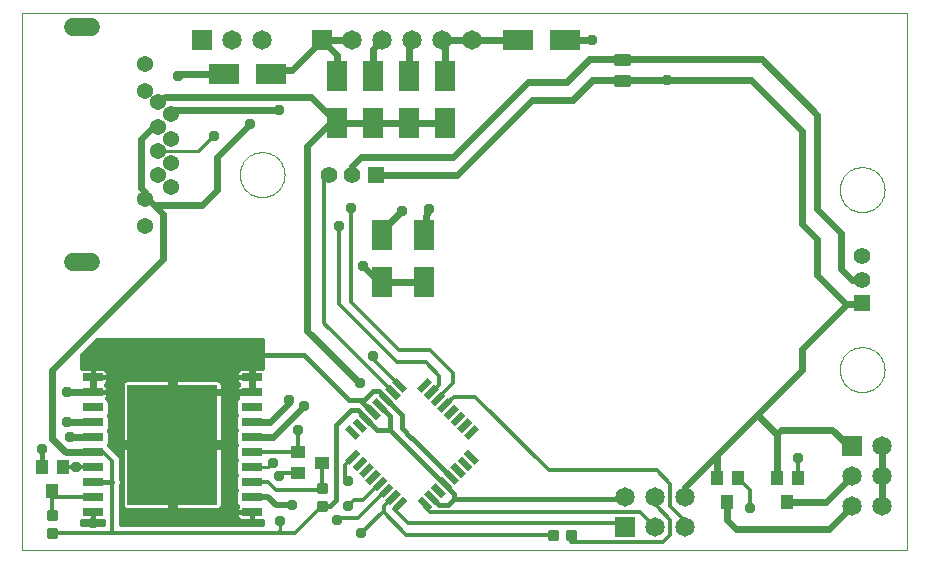
<source format=gtl>
G75*
%MOIN*%
%OFA0B0*%
%FSLAX24Y24*%
%IPPOS*%
%LPD*%
%AMOC8*
5,1,8,0,0,1.08239X$1,22.5*
%
%ADD10C,0.0000*%
%ADD11R,0.0555X0.0555*%
%ADD12C,0.0560*%
%ADD13R,0.0450X0.0400*%
%ADD14R,0.0400X0.0450*%
%ADD15R,0.0500X0.0220*%
%ADD16R,0.0220X0.0500*%
%ADD17C,0.0088*%
%ADD18C,0.0591*%
%ADD19C,0.0540*%
%ADD20C,0.0100*%
%ADD21R,0.0650X0.0250*%
%ADD22R,0.3000X0.4000*%
%ADD23R,0.0650X0.0650*%
%ADD24C,0.0650*%
%ADD25R,0.0669X0.0984*%
%ADD26R,0.0984X0.0669*%
%ADD27C,0.0240*%
%ADD28C,0.0370*%
%ADD29C,0.0200*%
%ADD30C,0.0120*%
%ADD31C,0.0160*%
D10*
X002304Y000981D02*
X002304Y018851D01*
X031796Y018851D01*
X031796Y000981D01*
X002304Y000981D01*
X009557Y013481D02*
X009559Y013536D01*
X009565Y013590D01*
X009575Y013643D01*
X009589Y013696D01*
X009606Y013748D01*
X009628Y013798D01*
X009653Y013847D01*
X009681Y013893D01*
X009713Y013938D01*
X009748Y013979D01*
X009786Y014019D01*
X009826Y014055D01*
X009869Y014089D01*
X009915Y014119D01*
X009962Y014145D01*
X010012Y014168D01*
X010063Y014188D01*
X010115Y014204D01*
X010168Y014216D01*
X010222Y014224D01*
X010277Y014228D01*
X010331Y014228D01*
X010386Y014224D01*
X010440Y014216D01*
X010493Y014204D01*
X010545Y014188D01*
X010596Y014168D01*
X010646Y014145D01*
X010693Y014119D01*
X010739Y014089D01*
X010782Y014055D01*
X010822Y014019D01*
X010860Y013979D01*
X010895Y013938D01*
X010927Y013893D01*
X010955Y013847D01*
X010980Y013798D01*
X011002Y013748D01*
X011019Y013696D01*
X011033Y013643D01*
X011043Y013590D01*
X011049Y013536D01*
X011051Y013481D01*
X011049Y013426D01*
X011043Y013372D01*
X011033Y013319D01*
X011019Y013266D01*
X011002Y013214D01*
X010980Y013164D01*
X010955Y013115D01*
X010927Y013069D01*
X010895Y013024D01*
X010860Y012983D01*
X010822Y012943D01*
X010782Y012907D01*
X010739Y012873D01*
X010693Y012843D01*
X010646Y012817D01*
X010596Y012794D01*
X010545Y012774D01*
X010493Y012758D01*
X010440Y012746D01*
X010386Y012738D01*
X010331Y012734D01*
X010277Y012734D01*
X010222Y012738D01*
X010168Y012746D01*
X010115Y012758D01*
X010063Y012774D01*
X010012Y012794D01*
X009962Y012817D01*
X009915Y012843D01*
X009869Y012873D01*
X009826Y012907D01*
X009786Y012943D01*
X009748Y012983D01*
X009713Y013024D01*
X009681Y013069D01*
X009653Y013115D01*
X009628Y013164D01*
X009606Y013214D01*
X009589Y013266D01*
X009575Y013319D01*
X009565Y013372D01*
X009559Y013426D01*
X009557Y013481D01*
X029557Y012981D02*
X029559Y013036D01*
X029565Y013090D01*
X029575Y013143D01*
X029589Y013196D01*
X029606Y013248D01*
X029628Y013298D01*
X029653Y013347D01*
X029681Y013393D01*
X029713Y013438D01*
X029748Y013479D01*
X029786Y013519D01*
X029826Y013555D01*
X029869Y013589D01*
X029915Y013619D01*
X029962Y013645D01*
X030012Y013668D01*
X030063Y013688D01*
X030115Y013704D01*
X030168Y013716D01*
X030222Y013724D01*
X030277Y013728D01*
X030331Y013728D01*
X030386Y013724D01*
X030440Y013716D01*
X030493Y013704D01*
X030545Y013688D01*
X030596Y013668D01*
X030646Y013645D01*
X030693Y013619D01*
X030739Y013589D01*
X030782Y013555D01*
X030822Y013519D01*
X030860Y013479D01*
X030895Y013438D01*
X030927Y013393D01*
X030955Y013347D01*
X030980Y013298D01*
X031002Y013248D01*
X031019Y013196D01*
X031033Y013143D01*
X031043Y013090D01*
X031049Y013036D01*
X031051Y012981D01*
X031049Y012926D01*
X031043Y012872D01*
X031033Y012819D01*
X031019Y012766D01*
X031002Y012714D01*
X030980Y012664D01*
X030955Y012615D01*
X030927Y012569D01*
X030895Y012524D01*
X030860Y012483D01*
X030822Y012443D01*
X030782Y012407D01*
X030739Y012373D01*
X030693Y012343D01*
X030646Y012317D01*
X030596Y012294D01*
X030545Y012274D01*
X030493Y012258D01*
X030440Y012246D01*
X030386Y012238D01*
X030331Y012234D01*
X030277Y012234D01*
X030222Y012238D01*
X030168Y012246D01*
X030115Y012258D01*
X030063Y012274D01*
X030012Y012294D01*
X029962Y012317D01*
X029915Y012343D01*
X029869Y012373D01*
X029826Y012407D01*
X029786Y012443D01*
X029748Y012483D01*
X029713Y012524D01*
X029681Y012569D01*
X029653Y012615D01*
X029628Y012664D01*
X029606Y012714D01*
X029589Y012766D01*
X029575Y012819D01*
X029565Y012872D01*
X029559Y012926D01*
X029557Y012981D01*
X029557Y006981D02*
X029559Y007036D01*
X029565Y007090D01*
X029575Y007143D01*
X029589Y007196D01*
X029606Y007248D01*
X029628Y007298D01*
X029653Y007347D01*
X029681Y007393D01*
X029713Y007438D01*
X029748Y007479D01*
X029786Y007519D01*
X029826Y007555D01*
X029869Y007589D01*
X029915Y007619D01*
X029962Y007645D01*
X030012Y007668D01*
X030063Y007688D01*
X030115Y007704D01*
X030168Y007716D01*
X030222Y007724D01*
X030277Y007728D01*
X030331Y007728D01*
X030386Y007724D01*
X030440Y007716D01*
X030493Y007704D01*
X030545Y007688D01*
X030596Y007668D01*
X030646Y007645D01*
X030693Y007619D01*
X030739Y007589D01*
X030782Y007555D01*
X030822Y007519D01*
X030860Y007479D01*
X030895Y007438D01*
X030927Y007393D01*
X030955Y007347D01*
X030980Y007298D01*
X031002Y007248D01*
X031019Y007196D01*
X031033Y007143D01*
X031043Y007090D01*
X031049Y007036D01*
X031051Y006981D01*
X031049Y006926D01*
X031043Y006872D01*
X031033Y006819D01*
X031019Y006766D01*
X031002Y006714D01*
X030980Y006664D01*
X030955Y006615D01*
X030927Y006569D01*
X030895Y006524D01*
X030860Y006483D01*
X030822Y006443D01*
X030782Y006407D01*
X030739Y006373D01*
X030693Y006343D01*
X030646Y006317D01*
X030596Y006294D01*
X030545Y006274D01*
X030493Y006258D01*
X030440Y006246D01*
X030386Y006238D01*
X030331Y006234D01*
X030277Y006234D01*
X030222Y006238D01*
X030168Y006246D01*
X030115Y006258D01*
X030063Y006274D01*
X030012Y006294D01*
X029962Y006317D01*
X029915Y006343D01*
X029869Y006373D01*
X029826Y006407D01*
X029786Y006443D01*
X029748Y006483D01*
X029713Y006524D01*
X029681Y006569D01*
X029653Y006615D01*
X029628Y006664D01*
X029606Y006714D01*
X029589Y006766D01*
X029575Y006819D01*
X029565Y006872D01*
X029559Y006926D01*
X029557Y006981D01*
D11*
X030304Y009194D03*
X014091Y013481D03*
D12*
X013304Y013481D03*
X012517Y013481D03*
X030304Y010768D03*
X030304Y009981D03*
D13*
X012304Y003881D03*
X011504Y004231D03*
X011504Y003531D03*
D14*
X003654Y003731D03*
X002954Y003731D03*
X003304Y002931D03*
X025454Y003381D03*
X026154Y003381D03*
X025804Y002581D03*
X027454Y003381D03*
X028154Y003381D03*
X027804Y002581D03*
D15*
G36*
X017376Y003811D02*
X017024Y004163D01*
X017180Y004319D01*
X017532Y003967D01*
X017376Y003811D01*
G37*
G36*
X017154Y003589D02*
X016802Y003941D01*
X016958Y004097D01*
X017310Y003745D01*
X017154Y003589D01*
G37*
G36*
X016931Y003366D02*
X016579Y003718D01*
X016735Y003874D01*
X017087Y003522D01*
X016931Y003366D01*
G37*
G36*
X016708Y003143D02*
X016356Y003495D01*
X016512Y003651D01*
X016864Y003299D01*
X016708Y003143D01*
G37*
G36*
X016486Y002921D02*
X016134Y003273D01*
X016290Y003429D01*
X016642Y003077D01*
X016486Y002921D01*
G37*
G36*
X016263Y002698D02*
X015911Y003050D01*
X016067Y003206D01*
X016419Y002854D01*
X016263Y002698D01*
G37*
G36*
X016040Y002475D02*
X015688Y002827D01*
X015844Y002983D01*
X016196Y002631D01*
X016040Y002475D01*
G37*
G36*
X015818Y002252D02*
X015466Y002604D01*
X015622Y002760D01*
X015974Y002408D01*
X015818Y002252D01*
G37*
G36*
X013427Y004642D02*
X013075Y004994D01*
X013231Y005150D01*
X013583Y004798D01*
X013427Y004642D01*
G37*
G36*
X013650Y004865D02*
X013298Y005217D01*
X013454Y005373D01*
X013806Y005021D01*
X013650Y004865D01*
G37*
G36*
X013873Y005088D02*
X013521Y005440D01*
X013677Y005596D01*
X014029Y005244D01*
X013873Y005088D01*
G37*
G36*
X014096Y005311D02*
X013744Y005663D01*
X013900Y005819D01*
X014252Y005467D01*
X014096Y005311D01*
G37*
G36*
X014318Y005533D02*
X013966Y005885D01*
X014122Y006041D01*
X014474Y005689D01*
X014318Y005533D01*
G37*
G36*
X014541Y005756D02*
X014189Y006108D01*
X014345Y006264D01*
X014697Y005912D01*
X014541Y005756D01*
G37*
G36*
X014764Y005979D02*
X014412Y006331D01*
X014568Y006487D01*
X014920Y006135D01*
X014764Y005979D01*
G37*
G36*
X014986Y006201D02*
X014634Y006553D01*
X014790Y006709D01*
X015142Y006357D01*
X014986Y006201D01*
G37*
D16*
G36*
X015622Y006201D02*
X015466Y006357D01*
X015818Y006709D01*
X015974Y006553D01*
X015622Y006201D01*
G37*
G36*
X015844Y005979D02*
X015688Y006135D01*
X016040Y006487D01*
X016196Y006331D01*
X015844Y005979D01*
G37*
G36*
X016067Y005756D02*
X015911Y005912D01*
X016263Y006264D01*
X016419Y006108D01*
X016067Y005756D01*
G37*
G36*
X016290Y005533D02*
X016134Y005689D01*
X016486Y006041D01*
X016642Y005885D01*
X016290Y005533D01*
G37*
G36*
X016512Y005311D02*
X016356Y005467D01*
X016708Y005819D01*
X016864Y005663D01*
X016512Y005311D01*
G37*
G36*
X016735Y005088D02*
X016579Y005244D01*
X016931Y005596D01*
X017087Y005440D01*
X016735Y005088D01*
G37*
G36*
X016958Y004865D02*
X016802Y005021D01*
X017154Y005373D01*
X017310Y005217D01*
X016958Y004865D01*
G37*
G36*
X017180Y004642D02*
X017024Y004798D01*
X017376Y005150D01*
X017532Y004994D01*
X017180Y004642D01*
G37*
G36*
X014345Y002698D02*
X014189Y002854D01*
X014541Y003206D01*
X014697Y003050D01*
X014345Y002698D01*
G37*
G36*
X014568Y002475D02*
X014412Y002631D01*
X014764Y002983D01*
X014920Y002827D01*
X014568Y002475D01*
G37*
G36*
X014790Y002252D02*
X014634Y002408D01*
X014986Y002760D01*
X015142Y002604D01*
X014790Y002252D01*
G37*
G36*
X014122Y002921D02*
X013966Y003077D01*
X014318Y003429D01*
X014474Y003273D01*
X014122Y002921D01*
G37*
G36*
X013900Y003143D02*
X013744Y003299D01*
X014096Y003651D01*
X014252Y003495D01*
X013900Y003143D01*
G37*
G36*
X013677Y003366D02*
X013521Y003522D01*
X013873Y003874D01*
X014029Y003718D01*
X013677Y003366D01*
G37*
G36*
X013454Y003589D02*
X013298Y003745D01*
X013650Y004097D01*
X013806Y003941D01*
X013454Y003589D01*
G37*
G36*
X013231Y003811D02*
X013075Y003967D01*
X013427Y004319D01*
X013583Y004163D01*
X013231Y003811D01*
G37*
D17*
X012435Y003162D02*
X012435Y002900D01*
X012173Y002900D01*
X012173Y003162D01*
X012435Y003162D01*
X012435Y002987D02*
X012173Y002987D01*
X012173Y003074D02*
X012435Y003074D01*
X012435Y003161D02*
X012173Y003161D01*
X012435Y002562D02*
X012435Y002300D01*
X012173Y002300D01*
X012173Y002562D01*
X012435Y002562D01*
X012435Y002387D02*
X012173Y002387D01*
X012173Y002474D02*
X012435Y002474D01*
X012435Y002561D02*
X012173Y002561D01*
X019873Y001612D02*
X020135Y001612D01*
X020135Y001350D01*
X019873Y001350D01*
X019873Y001612D01*
X019873Y001437D02*
X020135Y001437D01*
X020135Y001524D02*
X019873Y001524D01*
X019873Y001611D02*
X020135Y001611D01*
X020473Y001612D02*
X020735Y001612D01*
X020735Y001350D01*
X020473Y001350D01*
X020473Y001612D01*
X020473Y001437D02*
X020735Y001437D01*
X020735Y001524D02*
X020473Y001524D01*
X020473Y001611D02*
X020735Y001611D01*
X003435Y001662D02*
X003435Y001400D01*
X003173Y001400D01*
X003173Y001662D01*
X003435Y001662D01*
X003435Y001487D02*
X003173Y001487D01*
X003173Y001574D02*
X003435Y001574D01*
X003435Y001661D02*
X003173Y001661D01*
X003435Y002000D02*
X003435Y002262D01*
X003435Y002000D02*
X003173Y002000D01*
X003173Y002262D01*
X003435Y002262D01*
X003435Y002087D02*
X003173Y002087D01*
X003173Y002174D02*
X003435Y002174D01*
X003435Y002261D02*
X003173Y002261D01*
D18*
X004009Y010575D02*
X004599Y010575D01*
X004599Y018386D02*
X004009Y018386D01*
D19*
X006398Y017182D03*
X006398Y016280D03*
X006824Y015886D03*
X007257Y015485D03*
X006824Y015083D03*
X007257Y014682D03*
X006824Y014280D03*
X007257Y013879D03*
X006824Y013477D03*
X007257Y013075D03*
X006398Y012682D03*
X006398Y011780D03*
D20*
X006824Y014280D02*
X006824Y014281D01*
X008154Y014281D01*
X008654Y014781D01*
X008704Y014781D01*
X022529Y016481D02*
X022529Y016781D01*
X022529Y016481D02*
X022079Y016481D01*
X022079Y016781D01*
X022529Y016781D01*
X022529Y016580D02*
X022079Y016580D01*
X022079Y016679D02*
X022529Y016679D01*
X022529Y016778D02*
X022079Y016778D01*
X022529Y017181D02*
X022529Y017481D01*
X022529Y017181D02*
X022079Y017181D01*
X022079Y017481D01*
X022529Y017481D01*
X022529Y017280D02*
X022079Y017280D01*
X022079Y017379D02*
X022529Y017379D01*
X022529Y017478D02*
X022079Y017478D01*
X010654Y003881D02*
X010504Y003731D01*
X009954Y003731D01*
X010904Y001931D02*
X010904Y001631D01*
X010804Y001531D01*
D21*
X009954Y002231D03*
X009954Y002731D03*
X009954Y003231D03*
X009954Y003731D03*
X009954Y004231D03*
X009954Y004731D03*
X009954Y005231D03*
X009954Y005731D03*
X009954Y006231D03*
X009954Y006731D03*
X004654Y006731D03*
X004654Y006231D03*
X004654Y005731D03*
X004654Y005231D03*
X004654Y004731D03*
X004654Y004231D03*
X004654Y003731D03*
X004654Y003231D03*
X004654Y002731D03*
X004654Y002231D03*
D22*
X007304Y004481D03*
D23*
X022404Y001731D03*
X029954Y004431D03*
X012304Y017981D03*
X008304Y017981D03*
D24*
X009304Y017981D03*
X010304Y017981D03*
X013304Y017981D03*
X014304Y017981D03*
X015304Y017981D03*
X016304Y017981D03*
X017304Y017981D03*
X030954Y004431D03*
X030954Y003431D03*
X029954Y003431D03*
X029954Y002431D03*
X030954Y002431D03*
X024404Y002731D03*
X023404Y002731D03*
X022404Y002731D03*
X023404Y001731D03*
X024404Y001731D03*
D25*
X015704Y009894D03*
X014304Y009894D03*
X014304Y011468D03*
X015704Y011468D03*
X015204Y015194D03*
X016404Y015194D03*
X016404Y016768D03*
X015204Y016768D03*
X014004Y016768D03*
X012804Y016768D03*
X012804Y015194D03*
X014004Y015194D03*
D26*
X010591Y016831D03*
X009017Y016831D03*
X018817Y017981D03*
X020391Y017981D03*
D27*
X021304Y017981D01*
X021204Y017331D02*
X022304Y017331D01*
X026954Y017331D01*
X028804Y015481D01*
X028804Y012331D01*
X029604Y011531D01*
X029604Y010331D01*
X029954Y009981D01*
X030304Y009981D01*
X030304Y009194D02*
X030291Y009181D01*
X029804Y009181D01*
X028304Y007681D01*
X028304Y006981D01*
X026804Y005481D01*
X027454Y004831D01*
X027604Y004981D01*
X029304Y004981D01*
X029854Y004431D01*
X029954Y004431D01*
X030954Y004431D02*
X030954Y003431D01*
X030954Y002431D01*
X029954Y002431D02*
X029204Y001681D01*
X026104Y001681D01*
X025804Y001981D01*
X025804Y002581D01*
X025454Y003381D02*
X025454Y004131D01*
X026804Y005481D01*
X027454Y004831D02*
X027454Y003381D01*
X027804Y002581D02*
X029104Y002581D01*
X029954Y003431D01*
X025454Y004131D02*
X024404Y003081D01*
X024404Y002731D01*
X029754Y009181D02*
X028804Y010131D01*
X028804Y011331D01*
X028304Y011831D01*
X028304Y014931D01*
X026604Y016631D01*
X023804Y016631D01*
X022304Y016631D01*
X021304Y016631D01*
X020654Y015981D01*
X019304Y015981D01*
X016804Y013481D01*
X014091Y013481D01*
X013604Y014081D02*
X016654Y014081D01*
X019154Y016581D01*
X020454Y016581D01*
X021204Y017331D01*
X018817Y017981D02*
X017304Y017981D01*
X016304Y017981D01*
X016404Y017881D01*
X016404Y016768D01*
X015204Y016768D02*
X015204Y017881D01*
X015304Y017981D01*
X014304Y017981D02*
X014004Y017681D01*
X014004Y016768D01*
X012804Y016768D02*
X012804Y017481D01*
X012304Y017981D01*
X013304Y017981D01*
X012304Y017981D02*
X011304Y016981D01*
X010741Y016981D01*
X010591Y016831D01*
X011917Y016081D02*
X012804Y015194D01*
X014004Y015194D01*
X012567Y015194D01*
X011804Y014431D01*
X011804Y008281D01*
X013554Y006531D01*
X011704Y005781D02*
X010654Y004731D01*
X009954Y004731D01*
X009954Y005231D02*
X010554Y005231D01*
X011204Y005881D01*
X011204Y005981D01*
X009954Y006231D02*
X009954Y006731D01*
X009954Y007331D01*
X009804Y007481D01*
X009954Y006231D02*
X008654Y006231D01*
X007304Y004981D01*
X007304Y004481D01*
X004654Y004731D02*
X003904Y004731D01*
X003804Y005231D02*
X004654Y005231D01*
X003754Y004231D02*
X003304Y004681D01*
X003304Y006981D01*
X007004Y010681D01*
X007004Y012181D01*
X006704Y012481D01*
X008304Y012481D01*
X008804Y012981D01*
X008804Y014081D01*
X009904Y015181D01*
X010854Y015631D02*
X007403Y015631D01*
X007257Y015485D01*
X006859Y015886D02*
X007054Y016081D01*
X011917Y016081D01*
X014004Y015194D02*
X015204Y015194D01*
X016404Y015194D01*
X013604Y014081D02*
X013304Y013781D01*
X013304Y013481D01*
X014954Y012281D02*
X014441Y011768D01*
X014304Y011468D01*
X013654Y010431D02*
X013891Y010194D01*
X014304Y009894D01*
X015704Y009894D01*
X015704Y011468D02*
X015804Y012281D01*
X015854Y012331D01*
X009017Y016831D02*
X007554Y016831D01*
X007504Y016781D01*
X006859Y015886D02*
X006824Y015886D01*
X006824Y015083D02*
X006821Y015081D01*
X006654Y015081D01*
X006254Y014681D01*
X006254Y013031D01*
X006398Y012886D01*
X006398Y012682D01*
X006503Y012682D02*
X006704Y012481D01*
X004654Y006731D02*
X004654Y006231D01*
X003804Y006231D01*
X003754Y004231D02*
X004654Y004231D01*
X003004Y003781D02*
X002954Y003731D01*
X029754Y009181D02*
X029804Y009181D01*
D28*
X028154Y004031D03*
X026554Y002381D03*
X014004Y007431D03*
X013554Y006531D03*
X011704Y005781D03*
X011204Y005981D03*
X011504Y004981D03*
X010654Y003881D03*
X010854Y003431D03*
X011304Y002481D03*
X010904Y001931D03*
X012804Y001981D03*
X013154Y002431D03*
X013154Y003281D03*
X013604Y001531D03*
X007054Y002081D03*
X004654Y001881D03*
X004104Y003731D03*
X002954Y004331D03*
X003904Y004731D03*
X003804Y005231D03*
X003804Y006231D03*
X009804Y007481D03*
X013654Y010431D03*
X012854Y011781D03*
X013254Y012381D03*
X014954Y012281D03*
X015854Y012331D03*
X010854Y015631D03*
X009904Y015181D03*
X008704Y014781D03*
X007504Y016781D03*
X021304Y017981D03*
X023804Y016631D03*
D29*
X010504Y002731D02*
X009954Y002731D01*
X010504Y002731D02*
X010754Y002481D01*
X011304Y002481D01*
D30*
X010754Y002981D02*
X012154Y002981D01*
X012304Y003031D01*
X012304Y003881D01*
X013054Y003790D02*
X013054Y003331D01*
X013154Y003381D01*
X013154Y003281D01*
X013054Y003790D02*
X013329Y004065D01*
X014170Y003147D02*
X013654Y002631D01*
X013354Y002631D01*
X013154Y002431D01*
X012954Y002031D02*
X012804Y001981D01*
X012954Y002031D02*
X013504Y002031D01*
X014425Y002952D01*
X014443Y002952D01*
X014220Y003175D02*
X014170Y003147D01*
X014652Y002729D02*
X014354Y002431D01*
X014354Y002281D01*
X013604Y001531D01*
X014354Y002231D02*
X015104Y001481D01*
X020004Y001481D01*
X020604Y001481D02*
X020604Y001231D01*
X023654Y001231D01*
X023904Y001481D01*
X023904Y001981D01*
X023454Y002431D01*
X023454Y002681D01*
X023404Y002731D01*
X023904Y002431D02*
X023904Y003181D01*
X023454Y003631D01*
X019854Y003631D01*
X017404Y006081D01*
X016704Y006081D01*
X016410Y005787D01*
X016388Y005787D01*
X016165Y006010D02*
X016165Y006042D01*
X016654Y006531D01*
X016654Y006881D01*
X015904Y007631D01*
X014854Y007631D01*
X013254Y009231D01*
X013254Y012381D01*
X012854Y011781D02*
X012854Y009181D01*
X014804Y007231D01*
X015754Y007231D01*
X016204Y006781D01*
X016204Y006481D01*
X015956Y006233D01*
X015942Y006233D01*
X014888Y006455D02*
X014879Y006455D01*
X014054Y007281D01*
X014004Y007431D01*
X014666Y006233D02*
X012517Y008382D01*
X012503Y008382D01*
X012354Y008531D01*
X012354Y013318D01*
X012517Y013481D01*
X006826Y015081D02*
X006824Y015083D01*
X006503Y012682D02*
X006398Y012682D01*
X011504Y004981D02*
X011504Y004231D01*
X009954Y004231D01*
X010854Y003431D02*
X011004Y003531D01*
X011504Y003531D01*
X010754Y002981D02*
X010504Y003231D01*
X009954Y003231D01*
X009954Y002231D02*
X007204Y002231D01*
X007054Y002081D01*
X007304Y002331D01*
X007304Y004481D01*
X005304Y003931D02*
X005304Y003231D01*
X005304Y001531D01*
X003304Y001531D01*
X003304Y002131D02*
X003304Y002531D01*
X003304Y002731D01*
X004654Y002731D01*
X004654Y002231D02*
X004654Y001881D01*
X005304Y001531D02*
X010804Y001531D01*
X011404Y001531D01*
X012304Y002431D01*
X014354Y002281D02*
X014354Y002231D01*
X014704Y002331D02*
X015154Y001881D01*
X022254Y001881D01*
X022904Y002231D02*
X023404Y001731D01*
X022904Y002231D02*
X015904Y002231D01*
X015720Y002415D01*
X015720Y002506D01*
X014888Y002506D02*
X014879Y002506D01*
X014704Y002331D01*
X014666Y002729D02*
X014652Y002729D01*
X016610Y003397D02*
X016638Y003397D01*
X023904Y002431D02*
X024404Y001931D01*
X024404Y001731D01*
X026554Y002381D02*
X026554Y002981D01*
X026154Y003381D01*
X028154Y003381D02*
X028154Y004031D01*
X005304Y003931D02*
X005004Y004231D01*
X004654Y004231D01*
X004654Y003731D02*
X004104Y003731D01*
X003654Y003731D01*
X003304Y002931D02*
X003304Y002731D01*
D31*
X004304Y001926D02*
X004305Y001926D01*
X004654Y001926D01*
X005003Y001926D01*
X005004Y001926D01*
X005004Y001831D01*
X004304Y001831D01*
X004304Y001926D01*
X004654Y001926D02*
X004654Y002231D01*
X004654Y001926D01*
X004654Y001932D02*
X004654Y001932D01*
X004654Y002090D02*
X004654Y002090D01*
X004654Y002231D02*
X004654Y002231D01*
X005604Y002249D02*
X009449Y002249D01*
X009449Y002231D02*
X009954Y002231D01*
X009954Y002231D01*
X009449Y002231D01*
X009449Y002380D01*
X009461Y002425D01*
X009464Y002431D01*
X009426Y002470D01*
X009389Y002558D01*
X009389Y002904D01*
X009421Y002981D01*
X009389Y003058D01*
X009389Y003404D01*
X009421Y003481D01*
X009389Y003558D01*
X009389Y003904D01*
X009421Y003981D01*
X009389Y004058D01*
X009389Y004404D01*
X009421Y004481D01*
X009389Y004558D01*
X009389Y004904D01*
X009421Y004981D01*
X009389Y005058D01*
X009389Y005404D01*
X009421Y005481D01*
X009389Y005558D01*
X009389Y005904D01*
X009426Y005992D01*
X009464Y006031D01*
X009461Y006036D01*
X009449Y006082D01*
X009449Y006231D01*
X009954Y006231D01*
X009954Y006231D01*
X009954Y006426D01*
X009954Y006731D01*
X009954Y006731D01*
X009954Y007036D01*
X010303Y007036D01*
X010304Y007036D01*
X010304Y007981D01*
X004813Y007981D01*
X004304Y007472D01*
X004304Y007036D01*
X004305Y007036D01*
X004654Y007036D01*
X004654Y006731D01*
X004654Y006731D01*
X004654Y007036D01*
X005003Y007036D01*
X005048Y007024D01*
X005090Y007000D01*
X005123Y006966D01*
X005147Y006925D01*
X005159Y006880D01*
X005159Y006731D01*
X004654Y006731D01*
X004654Y006731D01*
X005159Y006731D01*
X005159Y006582D01*
X005147Y006536D01*
X005123Y006495D01*
X005109Y006481D01*
X005123Y006466D01*
X005147Y006425D01*
X005159Y006380D01*
X005159Y006231D01*
X004654Y006231D01*
X004654Y006231D01*
X004654Y006731D01*
X004654Y006731D01*
X004654Y006536D01*
X004654Y006231D01*
X004654Y006231D01*
X005159Y006231D01*
X005159Y006082D01*
X005147Y006036D01*
X005143Y006031D01*
X005182Y005992D01*
X005219Y005904D01*
X005219Y005558D01*
X005187Y005481D01*
X005219Y005404D01*
X005219Y005058D01*
X005187Y004981D01*
X005219Y004904D01*
X005219Y004558D01*
X005187Y004481D01*
X005193Y004466D01*
X005258Y004401D01*
X005474Y004185D01*
X005558Y004101D01*
X005604Y003991D01*
X005604Y003343D01*
X005624Y003295D01*
X005624Y003167D01*
X005604Y003119D01*
X005604Y001831D01*
X010304Y001831D01*
X010304Y001926D01*
X010303Y001926D01*
X009954Y001926D01*
X009954Y002231D01*
X009954Y002231D01*
X009954Y001926D01*
X009605Y001926D01*
X009560Y001938D01*
X009518Y001962D01*
X009485Y001995D01*
X009461Y002036D01*
X009449Y002082D01*
X009449Y002231D01*
X009449Y002090D02*
X005604Y002090D01*
X005604Y001932D02*
X009583Y001932D01*
X009954Y001932D02*
X009954Y001932D01*
X009954Y002090D02*
X009954Y002090D01*
X009456Y002407D02*
X008969Y002407D01*
X008972Y002411D02*
X008984Y002457D01*
X008984Y004401D01*
X007384Y004401D01*
X007384Y004561D01*
X007224Y004561D01*
X007224Y006661D01*
X005780Y006661D01*
X005735Y006649D01*
X005693Y006625D01*
X005660Y006591D01*
X005636Y006550D01*
X005624Y006505D01*
X005624Y004561D01*
X007224Y004561D01*
X007224Y004401D01*
X005624Y004401D01*
X005624Y002457D01*
X005636Y002411D01*
X005660Y002370D01*
X005693Y002337D01*
X005735Y002313D01*
X005780Y002301D01*
X007224Y002301D01*
X007224Y004401D01*
X007384Y004401D01*
X007384Y002301D01*
X008828Y002301D01*
X008873Y002313D01*
X008915Y002337D01*
X008948Y002370D01*
X008972Y002411D01*
X008984Y002566D02*
X009389Y002566D01*
X009389Y002724D02*
X008984Y002724D01*
X008984Y002883D02*
X009389Y002883D01*
X009396Y003041D02*
X008984Y003041D01*
X008984Y003200D02*
X009389Y003200D01*
X009389Y003358D02*
X008984Y003358D01*
X008984Y003517D02*
X009406Y003517D01*
X009389Y003675D02*
X008984Y003675D01*
X008984Y003834D02*
X009389Y003834D01*
X009416Y003992D02*
X008984Y003992D01*
X008984Y004151D02*
X009389Y004151D01*
X009389Y004309D02*
X008984Y004309D01*
X008984Y004561D02*
X008984Y006505D01*
X008972Y006550D01*
X008948Y006591D01*
X008915Y006625D01*
X008873Y006649D01*
X008828Y006661D01*
X007384Y006661D01*
X007384Y004561D01*
X008984Y004561D01*
X008984Y004626D02*
X009389Y004626D01*
X009389Y004785D02*
X008984Y004785D01*
X008984Y004943D02*
X009405Y004943D01*
X009389Y005102D02*
X008984Y005102D01*
X008984Y005260D02*
X009389Y005260D01*
X009395Y005419D02*
X008984Y005419D01*
X008984Y005577D02*
X009389Y005577D01*
X009389Y005736D02*
X008984Y005736D01*
X008984Y005894D02*
X009389Y005894D01*
X009457Y006053D02*
X008984Y006053D01*
X008984Y006211D02*
X009449Y006211D01*
X009449Y006231D02*
X009954Y006231D01*
X009954Y006731D01*
X009954Y007036D01*
X009605Y007036D01*
X009560Y007024D01*
X009518Y007000D01*
X009485Y006966D01*
X009461Y006925D01*
X009449Y006880D01*
X009449Y006731D01*
X009954Y006731D01*
X009954Y006731D01*
X009449Y006731D01*
X009449Y006582D01*
X009461Y006536D01*
X009485Y006495D01*
X009499Y006481D01*
X009485Y006466D01*
X009461Y006425D01*
X009449Y006380D01*
X009449Y006231D01*
X009449Y006370D02*
X008984Y006370D01*
X008978Y006528D02*
X009466Y006528D01*
X009449Y006687D02*
X005159Y006687D01*
X005159Y006845D02*
X009449Y006845D01*
X009525Y007004D02*
X005083Y007004D01*
X004654Y007004D02*
X004654Y007004D01*
X004654Y006845D02*
X004654Y006845D01*
X004654Y006687D02*
X004654Y006687D01*
X004654Y006528D02*
X004654Y006528D01*
X004654Y006370D02*
X004654Y006370D01*
X005159Y006370D02*
X005624Y006370D01*
X005630Y006528D02*
X005142Y006528D01*
X005159Y006211D02*
X005624Y006211D01*
X005624Y006053D02*
X005151Y006053D01*
X005219Y005894D02*
X005624Y005894D01*
X005624Y005736D02*
X005219Y005736D01*
X005219Y005577D02*
X005624Y005577D01*
X005624Y005419D02*
X005213Y005419D01*
X005219Y005260D02*
X005624Y005260D01*
X005624Y005102D02*
X005219Y005102D01*
X005203Y004943D02*
X005624Y004943D01*
X005624Y004785D02*
X005219Y004785D01*
X005219Y004626D02*
X005624Y004626D01*
X005624Y004309D02*
X005350Y004309D01*
X005508Y004151D02*
X005624Y004151D01*
X005624Y003992D02*
X005603Y003992D01*
X005604Y003834D02*
X005624Y003834D01*
X005624Y003675D02*
X005604Y003675D01*
X005604Y003517D02*
X005624Y003517D01*
X005624Y003358D02*
X005604Y003358D01*
X005624Y003200D02*
X005624Y003200D01*
X005624Y003041D02*
X005604Y003041D01*
X005604Y002883D02*
X005624Y002883D01*
X005624Y002724D02*
X005604Y002724D01*
X005604Y002566D02*
X005624Y002566D01*
X005639Y002407D02*
X005604Y002407D01*
X005304Y003231D02*
X004654Y003231D01*
X002954Y003731D02*
X002954Y004331D01*
X005192Y004468D02*
X007224Y004468D01*
X007224Y004626D02*
X007384Y004626D01*
X007384Y004468D02*
X009416Y004468D01*
X007384Y004309D02*
X007224Y004309D01*
X007224Y004151D02*
X007384Y004151D01*
X007384Y003992D02*
X007224Y003992D01*
X007224Y003834D02*
X007384Y003834D01*
X007384Y003675D02*
X007224Y003675D01*
X007224Y003517D02*
X007384Y003517D01*
X007384Y003358D02*
X007224Y003358D01*
X007224Y003200D02*
X007384Y003200D01*
X007384Y003041D02*
X007224Y003041D01*
X007224Y002883D02*
X007384Y002883D01*
X007384Y002724D02*
X007224Y002724D01*
X007224Y002566D02*
X007384Y002566D01*
X007384Y002407D02*
X007224Y002407D01*
X007224Y004785D02*
X007384Y004785D01*
X007384Y004943D02*
X007224Y004943D01*
X007224Y005102D02*
X007384Y005102D01*
X007384Y005260D02*
X007224Y005260D01*
X007224Y005419D02*
X007384Y005419D01*
X007384Y005577D02*
X007224Y005577D01*
X007224Y005736D02*
X007384Y005736D01*
X007384Y005894D02*
X007224Y005894D01*
X007224Y006053D02*
X007384Y006053D01*
X007384Y006211D02*
X007224Y006211D01*
X007224Y006370D02*
X007384Y006370D01*
X007384Y006528D02*
X007224Y006528D01*
X009804Y007481D02*
X011704Y007481D01*
X013204Y005981D01*
X013581Y005981D01*
X013704Y005981D01*
X014004Y006281D01*
X014204Y006281D01*
X014443Y006042D01*
X014443Y006010D01*
X014443Y005992D01*
X014954Y005481D01*
X014954Y005031D01*
X015281Y004704D01*
X015304Y004704D01*
X016610Y003397D01*
X016388Y003175D02*
X016388Y003147D01*
X016704Y002831D01*
X016704Y002681D01*
X016504Y002481D01*
X016190Y002481D01*
X015942Y002729D01*
X016360Y003175D02*
X014554Y004981D01*
X014554Y005431D01*
X014198Y005787D01*
X014220Y005787D01*
X013998Y005565D02*
X013581Y005981D01*
X013486Y005631D02*
X013254Y005631D01*
X012754Y005131D01*
X012754Y002631D01*
X012554Y002431D01*
X012304Y002431D01*
X012354Y002481D01*
X014136Y004981D02*
X014554Y004981D01*
X014136Y004981D02*
X013775Y005342D01*
X013486Y005631D01*
X013970Y005565D02*
X013998Y005565D01*
X014443Y006010D02*
X014475Y006010D01*
X010304Y007162D02*
X004304Y007162D01*
X004304Y007321D02*
X010304Y007321D01*
X010304Y007479D02*
X004312Y007479D01*
X004470Y007638D02*
X010304Y007638D01*
X010304Y007796D02*
X004629Y007796D01*
X004787Y007955D02*
X010304Y007955D01*
X009954Y007004D02*
X009954Y007004D01*
X009954Y006845D02*
X009954Y006845D01*
X009954Y006731D02*
X009954Y006731D01*
X009954Y006687D02*
X009954Y006687D01*
X009954Y006528D02*
X009954Y006528D01*
X009954Y006370D02*
X009954Y006370D01*
X009954Y006231D02*
X009954Y006231D01*
X016360Y003175D02*
X016388Y003175D01*
X016704Y002681D02*
X022354Y002681D01*
X022404Y002731D01*
X022254Y001881D02*
X022404Y001731D01*
M02*

</source>
